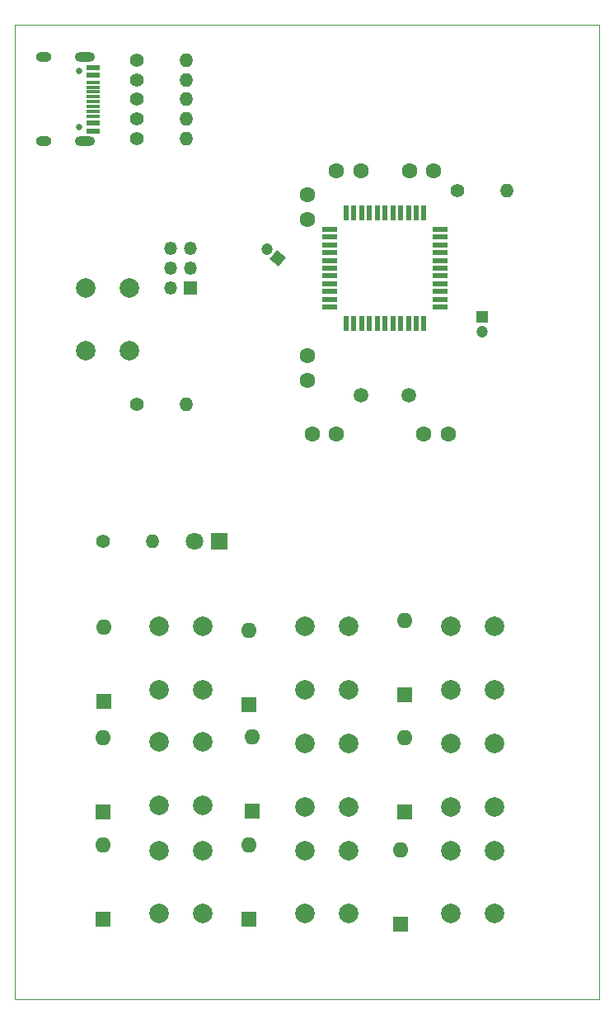
<source format=gbr>
%TF.GenerationSoftware,KiCad,Pcbnew,(6.0.5)*%
%TF.CreationDate,2022-06-21T12:49:05+10:00*%
%TF.ProjectId,test_microcontroller,74657374-5f6d-4696-9372-6f636f6e7472,rev?*%
%TF.SameCoordinates,Original*%
%TF.FileFunction,Soldermask,Top*%
%TF.FilePolarity,Negative*%
%FSLAX46Y46*%
G04 Gerber Fmt 4.6, Leading zero omitted, Abs format (unit mm)*
G04 Created by KiCad (PCBNEW (6.0.5)) date 2022-06-21 12:49:05*
%MOMM*%
%LPD*%
G01*
G04 APERTURE LIST*
G04 Aperture macros list*
%AMRotRect*
0 Rectangle, with rotation*
0 The origin of the aperture is its center*
0 $1 length*
0 $2 width*
0 $3 Rotation angle, in degrees counterclockwise*
0 Add horizontal line*
21,1,$1,$2,0,0,$3*%
G04 Aperture macros list end*
%TA.AperFunction,Profile*%
%ADD10C,0.100000*%
%TD*%
%ADD11R,1.600000X1.600000*%
%ADD12O,1.600000X1.600000*%
%ADD13C,1.600000*%
%ADD14R,1.800000X1.800000*%
%ADD15C,1.800000*%
%ADD16C,1.400000*%
%ADD17O,1.400000X1.400000*%
%ADD18C,2.000000*%
%ADD19C,0.650000*%
%ADD20R,1.450000X0.600000*%
%ADD21R,1.450000X0.300000*%
%ADD22O,2.100000X1.000000*%
%ADD23O,1.600000X1.000000*%
%ADD24C,1.500000*%
%ADD25R,1.200000X1.200000*%
%ADD26C,1.200000*%
%ADD27R,1.350000X1.350000*%
%ADD28O,1.350000X1.350000*%
%ADD29R,1.500000X0.550000*%
%ADD30R,0.550000X1.500000*%
%ADD31RotRect,1.200000X1.200000X140.000000*%
G04 APERTURE END LIST*
D10*
X89000000Y-20000000D02*
X29000000Y-20000000D01*
X89000000Y-120000000D02*
X89000000Y-20000000D01*
X29000000Y-20000000D02*
X29000000Y-120000000D01*
X29000000Y-120000000D02*
X89000000Y-120000000D01*
D11*
%TO.C,D6*%
X53000000Y-111810000D03*
D12*
X53000000Y-104190000D03*
%TD*%
D11*
%TO.C,D1*%
X38140000Y-89490000D03*
D12*
X38140000Y-81870000D03*
%TD*%
D13*
%TO.C,C6*%
X73500000Y-62000000D03*
X71000000Y-62000000D03*
%TD*%
%TO.C,C2*%
X72000000Y-35000000D03*
X69500000Y-35000000D03*
%TD*%
D14*
%TO.C,D_CAPS1*%
X50000000Y-73000000D03*
D15*
X47460000Y-73000000D03*
%TD*%
D11*
%TO.C,D9*%
X68620000Y-112350000D03*
D12*
X68620000Y-104730000D03*
%TD*%
D16*
%TO.C,R7*%
X74460000Y-37000000D03*
D17*
X79540000Y-37000000D03*
%TD*%
D18*
%TO.C,SW_CAPS1*%
X73750000Y-104750000D03*
X73750000Y-111250000D03*
X78250000Y-104750000D03*
X78250000Y-111250000D03*
%TD*%
D16*
%TO.C,R6*%
X41460000Y-29669520D03*
D17*
X46540000Y-29669520D03*
%TD*%
D11*
%TO.C,D8*%
X69000000Y-100810000D03*
D12*
X69000000Y-93190000D03*
%TD*%
D19*
%TO.C,J1*%
X35600000Y-24779520D03*
X35600000Y-30559520D03*
D20*
X37045000Y-24419520D03*
X37045000Y-25219520D03*
D21*
X37045000Y-26419520D03*
X37045000Y-27419520D03*
X37045000Y-27919520D03*
X37045000Y-28919520D03*
D20*
X37045000Y-30119520D03*
X37045000Y-30919520D03*
X37045000Y-30919520D03*
X37045000Y-30119520D03*
D21*
X37045000Y-29419520D03*
X37045000Y-28419520D03*
X37045000Y-26919520D03*
X37045000Y-25919520D03*
D20*
X37045000Y-25219520D03*
X37045000Y-24419520D03*
D22*
X36130000Y-23349520D03*
D23*
X31950000Y-23349520D03*
X31950000Y-31989520D03*
D22*
X36130000Y-31989520D03*
%TD*%
D13*
%TO.C,C4*%
X59000000Y-40000000D03*
X59000000Y-37500000D03*
%TD*%
D11*
%TO.C,D3*%
X38000000Y-111810000D03*
D12*
X38000000Y-104190000D03*
%TD*%
D24*
%TO.C,Y1*%
X64550000Y-58000000D03*
X69430000Y-58000000D03*
%TD*%
D25*
%TO.C,C5*%
X77000000Y-50000000D03*
D26*
X77000000Y-51500000D03*
%TD*%
D18*
%TO.C,SW6*%
X58750000Y-93750000D03*
X58750000Y-100250000D03*
X63250000Y-100250000D03*
X63250000Y-93750000D03*
%TD*%
D16*
%TO.C,R_CAPS1*%
X38000000Y-73000000D03*
D17*
X43080000Y-73000000D03*
%TD*%
D18*
%TO.C,SW4*%
X43750000Y-111250000D03*
X43750000Y-104750000D03*
X48250000Y-111250000D03*
X48250000Y-104750000D03*
%TD*%
D11*
%TO.C,D7*%
X69000000Y-88810000D03*
D12*
X69000000Y-81190000D03*
%TD*%
D13*
%TO.C,C1*%
X62000000Y-35000000D03*
X64500000Y-35000000D03*
%TD*%
D18*
%TO.C,SW7*%
X58750000Y-111250000D03*
X58750000Y-104750000D03*
X63250000Y-104750000D03*
X63250000Y-111250000D03*
%TD*%
%TO.C,SW2*%
X43750000Y-81750000D03*
X43750000Y-88250000D03*
X48250000Y-81750000D03*
X48250000Y-88250000D03*
%TD*%
D16*
%TO.C,R5*%
X41460000Y-27669520D03*
D17*
X46540000Y-27669520D03*
%TD*%
D27*
%TO.C,ICSP_Programmer1*%
X47000000Y-47000000D03*
D28*
X45000000Y-47000000D03*
X47000000Y-45000000D03*
X45000000Y-45000000D03*
X47000000Y-43000000D03*
X45000000Y-43000000D03*
%TD*%
D13*
%TO.C,C3*%
X59000000Y-54000000D03*
X59000000Y-56500000D03*
%TD*%
D11*
%TO.C,D4*%
X53000000Y-89810000D03*
D12*
X53000000Y-82190000D03*
%TD*%
D16*
%TO.C,R4*%
X41460000Y-31669520D03*
D17*
X46540000Y-31669520D03*
%TD*%
D18*
%TO.C,SW5*%
X58750000Y-88250000D03*
X58750000Y-81750000D03*
X63250000Y-81750000D03*
X63250000Y-88250000D03*
%TD*%
D29*
%TO.C,U1*%
X61300000Y-41000000D03*
X61300000Y-41800000D03*
X61300000Y-42600000D03*
X61300000Y-43400000D03*
X61300000Y-44200000D03*
X61300000Y-45000000D03*
X61300000Y-45800000D03*
X61300000Y-46600000D03*
X61300000Y-47400000D03*
X61300000Y-48200000D03*
X61300000Y-49000000D03*
D30*
X63000000Y-50700000D03*
X63800000Y-50700000D03*
X64600000Y-50700000D03*
X65400000Y-50700000D03*
X66200000Y-50700000D03*
X67000000Y-50700000D03*
X67800000Y-50700000D03*
X68600000Y-50700000D03*
X69400000Y-50700000D03*
X70200000Y-50700000D03*
X71000000Y-50700000D03*
D29*
X72700000Y-49000000D03*
X72700000Y-48200000D03*
X72700000Y-47400000D03*
X72700000Y-46600000D03*
X72700000Y-45800000D03*
X72700000Y-45000000D03*
X72700000Y-44200000D03*
X72700000Y-43400000D03*
X72700000Y-42600000D03*
X72700000Y-41800000D03*
X72700000Y-41000000D03*
D30*
X71000000Y-39300000D03*
X70200000Y-39300000D03*
X69400000Y-39300000D03*
X68600000Y-39300000D03*
X67800000Y-39300000D03*
X67000000Y-39300000D03*
X66200000Y-39300000D03*
X65400000Y-39300000D03*
X64600000Y-39300000D03*
X63800000Y-39300000D03*
X63000000Y-39300000D03*
%TD*%
D16*
%TO.C,R3*%
X41460000Y-25669520D03*
D17*
X46540000Y-25669520D03*
%TD*%
D11*
%TO.C,D5*%
X53380000Y-100698872D03*
D12*
X53380000Y-93078872D03*
%TD*%
D16*
%TO.C,R2*%
X41460000Y-23669520D03*
D17*
X46540000Y-23669520D03*
%TD*%
D18*
%TO.C,SW8*%
X73750000Y-81750000D03*
X73750000Y-88250000D03*
X78250000Y-81750000D03*
X78250000Y-88250000D03*
%TD*%
%TO.C,SW3*%
X43750000Y-93638872D03*
X43750000Y-100138872D03*
X48250000Y-100138872D03*
X48250000Y-93638872D03*
%TD*%
D13*
%TO.C,C7*%
X59500000Y-62000000D03*
X62000000Y-62000000D03*
%TD*%
D18*
%TO.C,SW9*%
X73750000Y-100250000D03*
X73750000Y-93750000D03*
X78250000Y-93750000D03*
X78250000Y-100250000D03*
%TD*%
D31*
%TO.C,C8*%
X56000000Y-44000000D03*
D26*
X54850933Y-43035819D03*
%TD*%
D11*
%TO.C,D2*%
X38000000Y-100810000D03*
D12*
X38000000Y-93190000D03*
%TD*%
D18*
%TO.C,SW1*%
X40750000Y-47000000D03*
X40750000Y-53500000D03*
X36250000Y-47000000D03*
X36250000Y-53500000D03*
%TD*%
D16*
%TO.C,R1*%
X41460000Y-59000000D03*
D17*
X46540000Y-59000000D03*
%TD*%
M02*

</source>
